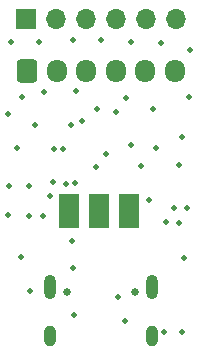
<source format=gbr>
%TF.GenerationSoftware,KiCad,Pcbnew,(6.0.0)*%
%TF.CreationDate,2022-08-06T00:01:37+02:00*%
%TF.ProjectId,bobby-flasher,626f6262-792d-4666-9c61-736865722e6b,rev?*%
%TF.SameCoordinates,Original*%
%TF.FileFunction,Soldermask,Bot*%
%TF.FilePolarity,Negative*%
%FSLAX46Y46*%
G04 Gerber Fmt 4.6, Leading zero omitted, Abs format (unit mm)*
G04 Created by KiCad (PCBNEW (6.0.0)) date 2022-08-06 00:01:37*
%MOMM*%
%LPD*%
G01*
G04 APERTURE LIST*
G04 Aperture macros list*
%AMRoundRect*
0 Rectangle with rounded corners*
0 $1 Rounding radius*
0 $2 $3 $4 $5 $6 $7 $8 $9 X,Y pos of 4 corners*
0 Add a 4 corners polygon primitive as box body*
4,1,4,$2,$3,$4,$5,$6,$7,$8,$9,$2,$3,0*
0 Add four circle primitives for the rounded corners*
1,1,$1+$1,$2,$3*
1,1,$1+$1,$4,$5*
1,1,$1+$1,$6,$7*
1,1,$1+$1,$8,$9*
0 Add four rect primitives between the rounded corners*
20,1,$1+$1,$2,$3,$4,$5,0*
20,1,$1+$1,$4,$5,$6,$7,0*
20,1,$1+$1,$6,$7,$8,$9,0*
20,1,$1+$1,$8,$9,$2,$3,0*%
G04 Aperture macros list end*
%ADD10R,1.700000X1.700000*%
%ADD11O,1.700000X1.700000*%
%ADD12C,0.650000*%
%ADD13O,1.000000X2.100000*%
%ADD14O,1.000000X1.800000*%
%ADD15RoundRect,0.250000X-0.600000X-0.725000X0.600000X-0.725000X0.600000X0.725000X-0.600000X0.725000X0*%
%ADD16O,1.700000X1.950000*%
%ADD17R,1.700000X3.000000*%
%ADD18C,0.500000*%
G04 APERTURE END LIST*
D10*
%TO.C,J2*%
X-6350000Y-52900000D03*
D11*
X-3810000Y-52900000D03*
X-1270000Y-52900000D03*
X1270000Y-52900000D03*
X3810000Y-52900000D03*
X6350000Y-52900000D03*
%TD*%
D12*
%TO.C,USBC1*%
X-2890000Y-76090000D03*
X2890000Y-76090000D03*
D13*
X-4320000Y-75590000D03*
D14*
X-4320000Y-79770000D03*
X4320000Y-79770000D03*
D13*
X4320000Y-75590000D03*
%TD*%
D15*
%TO.C,J3*%
X-6250000Y-57375000D03*
D16*
X-3750000Y-57375000D03*
X-1250000Y-57375000D03*
X1250000Y-57375000D03*
X3750000Y-57375000D03*
X6250000Y-57375000D03*
%TD*%
D17*
%TO.C,J1*%
X2400000Y-69200000D03*
X-140000Y-69200000D03*
X-2680000Y-69200000D03*
%TD*%
D18*
X4100000Y-68300000D03*
X3400000Y-65400000D03*
X6900000Y-62900000D03*
X4700000Y-63900000D03*
X4400000Y-60600000D03*
X-1574579Y-61574579D03*
X1250000Y-60850000D03*
X-6100000Y-67050000D03*
X2500000Y-54900000D03*
X-5550000Y-61900000D03*
X-7800000Y-67050000D03*
X-2500000Y-61900000D03*
X-6000000Y-76000000D03*
X-4300000Y-67950000D03*
X0Y-54700000D03*
X-2250000Y-78000000D03*
X7450000Y-59500000D03*
X2050000Y-78500000D03*
X-2450000Y-71700000D03*
X-7850000Y-69550000D03*
X-3225000Y-63975000D03*
X-5250000Y-54850000D03*
X-6700000Y-59500000D03*
X-3000000Y-66950000D03*
X7550000Y-55550000D03*
X-300000Y-60550000D03*
X-6100000Y-69600000D03*
X-2100000Y-59050000D03*
X-2200000Y-66850000D03*
X-4850000Y-59150000D03*
X5050000Y-54950000D03*
X-7900000Y-60950000D03*
X-7650000Y-54900000D03*
X-2350000Y-54700000D03*
X1450000Y-76500000D03*
X-6800000Y-73100000D03*
X6600000Y-70200000D03*
X-400000Y-65500000D03*
X-7087500Y-63862500D03*
X-2400000Y-74050000D03*
X7250000Y-68900000D03*
X-4950000Y-69600000D03*
X400000Y-64400000D03*
X-4000000Y-63950000D03*
X5300000Y-79400000D03*
X-4050000Y-66750000D03*
X7000000Y-73150000D03*
X6900000Y-79400000D03*
X5500000Y-70100000D03*
X2150000Y-59650000D03*
X2550000Y-63600000D03*
X6575000Y-65325000D03*
X6200000Y-68950000D03*
M02*

</source>
